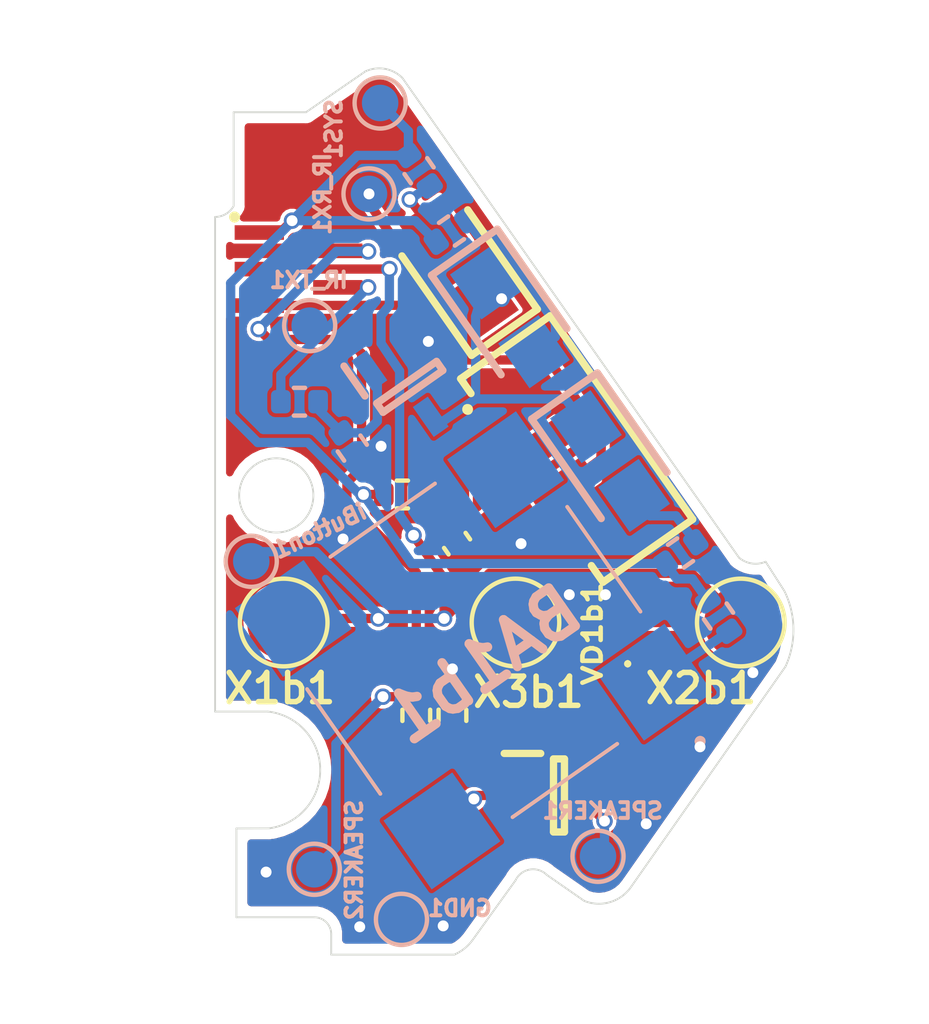
<source format=kicad_pcb>
(kicad_pcb (version 20240108) (generator "pcbnew") (generator_version "8.0")
  (layers (0 "F.Cu" signal) (31 "B.Cu" signal) (34 "B.Paste" user) (35 "F.Paste" user) (36 "B.SilkS" user "B.Silkscreen") (37 "F.SilkS" user "F.Silkscreen") (38 "B.Mask" user) (39 "F.Mask" user) (44 "Edge.Cuts" user))
  (net 0 "")
  (net 1 "Net-(BA1b1-+)")
  (net 2 "Net-(BA1b1--)")
  (net 3 "/iButton")
  (net 4 "GND")
  (net 5 "Net-(IC1-VS)")
  (net 6 "/IR_RX")
  (net 7 "/IR_TX")
  (net 8 "SYS")
  (net 9 "/SPEAKER")
  (net 10 "Net-(VT1b1-G)")
  (net 11 "Net-(VD2b1-A)")
  (net 12 "Net-(VT2b1-G)")
  (net 13 "Net-(VD3b1-A)")
  (net 14 "Net-(VD4b1-A)")
  (net 15 "Net-(VD2b1-K)")
  (footprint "TestPoint:TestPoint_Pad_D2.0mm" (layer "F.Cu") (at 160.1216 100.7618)
    (property "Reference" "X1b1" (at -0.1016 1.8034 0) (layer "F.SilkS") (effects (font (size 0.8 0.8))))
    (property "Value" "PG-2.5-9.5-SM")
    (fp_circle (center 0 0) (end 0 1.2) (stroke (width 0.12)) (fill none) (layer "F.SilkS"))
    (pad "1" smd circle (at 0 0) (size 2 2) (layers "F.Cu" "F.Mask") (net 3 "/iButton"))
  )
  (footprint "TestPoint:TestPoint_Pad_D2.0mm" (layer "F.Cu") (at 172.6438 100.7618)
    (property "Reference" "X2b1" (at -1.0922 1.8034 0) (layer "F.SilkS") (effects (font (size 0.8 0.8))))
    (property "Value" "PG-2.5-8.0-SM")
    (fp_circle (center 0 0) (end 0 1.2) (stroke (width 0.12)) (fill none) (layer "F.SilkS"))
    (pad "1" smd circle (at 0 0) (size 2 2) (layers "F.Cu" "F.Mask") (net 3 "/iButton"))
  )
  (footprint "SamacSys_Parts:LEDC3012X261N" (layer "F.Cu") (at 164.921413 91.035825 125)
    (property "Reference" "VD2b1" (hide yes))
    (property "Value" "VSMY14940" (hide yes))
    (fp_line (start 1.15 -1.1) (end -2.175 -1.1) (stroke (width 0.2)) (layer "F.SilkS"))
    (fp_line (start -2.175 -1.1) (end -2.175 1.1) (stroke (width 0.2)) (layer "F.SilkS"))
    (fp_line (start -2.175 1.1) (end 1.15 1.1) (stroke (width 0.2)) (layer "F.SilkS"))
    (pad "1" smd rect (at -1.15 0 215) (size 1.35 1.5) (layers "F.Cu" "F.Paste" "F.Mask") (net 15 "Net-(VD2b1-K)"))
    (pad "2" smd rect (at 1.15 0 215) (size 1.35 1.5) (layers "F.Cu" "F.Paste" "F.Mask") (net 11 "Net-(VD2b1-A)"))
  )
  (footprint "Resistor_SMD:R_0402_1005Metric" (layer "F.Cu") (at 163.3728 97.2566)
    (property "Reference" "R7b1" (hide yes))
    (property "Value" "10")
    (fp_line (start -0.153641 -0.38) (end 0.153641 -0.38) (stroke (width 0.12)) (layer "F.SilkS"))
    (fp_line (start -0.153641 0.38) (end 0.153641 0.38) (stroke (width 0.12)) (layer "F.SilkS"))
    (pad "1" smd roundrect (at -0.51 0) (size 0.54 0.64) (layers "F.Cu" "F.Paste" "F.Mask") (net 8 "SYS"))
    (pad "2" smd roundrect (at 0.51 0) (size 0.54 0.64) (layers "F.Cu" "F.Paste" "F.Mask") (net 5 "Net-(IC1-VS)"))
  )
  (footprint "Resistor_SMD:R_0402_1005Metric" (layer "F.Cu") (at 164.7444 103.3018 90)
    (property "Reference" "R3b1" (hide yes))
    (property "Value" "10k")
    (fp_line (start -0.153641 -0.38) (end 0.153641 -0.38) (stroke (width 0.12)) (layer "F.SilkS"))
    (fp_line (start -0.153641 0.38) (end 0.153641 0.38) (stroke (width 0.12)) (layer "F.SilkS"))
    (pad "1" smd roundrect (at -0.51 0 90) (size 0.54 0.64) (layers "F.Cu" "F.Paste" "F.Mask") (net 10 "Net-(VT1b1-G)"))
    (pad "2" smd roundrect (at 0.51 0 90) (size 0.54 0.64) (layers "F.Cu" "F.Paste" "F.Mask") (net 4 "GND"))
  )
  (footprint "Library:D5V0H1B2LP7B" (layer "F.Cu") (at 169.545 101.0666 90)
    (property "Reference" "VD1b1" (at 0 -0.9652 90) (layer "F.SilkS") (effects (font (size 0.5 0.6) (thickness 0.125))))
    (property "Value" "D5V0H1B2LP-7B" (hide yes))
    (fp_line (start -0.775 0) (end -0.775 0) (stroke (width 0.1)) (layer "F.SilkS"))
    (fp_line (start -0.875 0) (end -0.875 0) (stroke (width 0.1)) (layer "F.SilkS"))
    (fp_arc (start -0.775 0) (mid -0.825 0.05) (end -0.875 0) (stroke (width 0.1)) (layer "F.SilkS"))
    (fp_arc (start -0.875 0) (mid -0.825 -0.05) (end -0.775 0) (stroke (width 0.1)) (layer "F.SilkS"))
    (pad "1" smd rect (at -0.35 0 90) (size 0.4 0.7) (layers "F.Cu" "F.Paste" "F.Mask") (net 4 "GND"))
    (pad "2" smd rect (at 0.35 0 90) (size 0.4 0.7) (layers "F.Cu" "F.Paste" "F.Mask") (net 3 "/iButton"))
  )
  (footprint "Capacitor_SMD:C_0402_1005Metric" (layer "F.Cu") (at 164.8714 98.6028 -55)
    (property "Reference" "C1b1" (hide yes))
    (property "Value" "100nF" (hide yes))
    (fp_line (start -0.107836 0.36) (end 0.107836 0.360001) (stroke (width 0.12)) (layer "F.SilkS"))
    (fp_line (start -0.107836 -0.360001) (end 0.107836 -0.36) (stroke (width 0.12)) (layer "F.SilkS"))
    (pad "1" smd roundrect (at -0.48 0 305) (size 0.56 0.62) (layers "F.Cu" "F.Paste" "F.Mask") (net 5 "Net-(IC1-VS)"))
    (pad "2" smd roundrect (at 0.48 0 305) (size 0.56 0.62) (layers "F.Cu" "F.Paste" "F.Mask") (net 4 "GND"))
  )
  (footprint "SamacSys_Parts:TSOP75338TR" (layer "F.Cu") (at 168.148 96.012 -55)
    (property "Reference" "IC1" (hide yes))
    (property "Value" "TSOP75338TR" (hide yes))
    (fp_line (start -3.4 1.5) (end -3.405 -1.5) (stroke (width 0.2)) (layer "F.SilkS"))
    (fp_line (start -2.65 1.825) (end -2.65 1.825) (stroke (width 0.2)) (layer "F.SilkS"))
    (fp_line (start -2.65 1.825) (end -2.65 1.825) (stroke (width 0.2)) (layer "F.SilkS"))
    (fp_line (start -2.555 1.825001) (end -2.555 1.825001) (stroke (width 0.2)) (layer "F.SilkS"))
    (fp_line (start -2.905 1.5) (end -3.4 1.5) (stroke (width 0.2)) (layer "F.SilkS"))
    (fp_line (start -3.405 -1.5) (end 3.4 -1.5) (stroke (width 0.2)) (layer "F.SilkS"))
    (fp_line (start 3.4 1.5) (end 2.845 1.5) (stroke (width 0.2)) (layer "F.SilkS"))
    (fp_line (start 3.4 -1.5) (end 3.4 1.5) (stroke (width 0.2)) (layer "F.SilkS"))
    (fp_arc (start -2.65 1.825) (mid -2.6025 1.777498) (end -2.555 1.825001) (stroke (width 0.2)) (layer "F.SilkS"))
    (fp_arc (start -2.555 1.825001) (mid -2.602501 1.872498) (end -2.65 1.825) (stroke (width 0.2)) (layer "F.SilkS"))
    (fp_arc (start -2.555 1.825001) (mid -2.602501 1.872498) (end -2.65 1.825) (stroke (width 0.2)) (layer "F.SilkS"))
    (pad "1" smd rect (at -1.905 0.9 305) (size 0.8 1.8) (layers "F.Cu" "F.Paste" "F.Mask") (net 4 "GND"))
    (pad "2" smd rect (at -0.635 0.9 305) (size 0.8 1.8) (layers "F.Cu" "F.Paste" "F.Mask") (net 5 "Net-(IC1-VS)"))
    (pad "3" smd rect (at 0.635 0.9 305) (size 0.8 1.8) (layers "F.Cu" "F.Paste" "F.Mask") (net 6 "/IR_RX"))
    (pad "4" smd rect (at 1.904999 0.9 305) (size 0.8 1.8) (layers "F.Cu" "F.Paste" "F.Mask") (net 4 "GND"))
  )
  (footprint "Resistor_SMD:R_0402_1005Metric" (layer "F.Cu") (at 163.7538 103.3038 90)
    (property "Reference" "R2b1" (hide yes))
    (property "Value" "150")
    (fp_line (start -0.153641 -0.38) (end 0.153641 -0.38) (stroke (width 0.12)) (layer "F.SilkS"))
    (fp_line (start -0.153641 0.38) (end 0.153641 0.38) (stroke (width 0.12)) (layer "F.SilkS"))
    (pad "1" smd roundrect (at -0.51 0 90) (size 0.54 0.64) (layers "F.Cu" "F.Paste" "F.Mask") (net 10 "Net-(VT1b1-G)"))
    (pad "2" smd roundrect (at 0.51 0 90) (size 0.54 0.64) (layers "F.Cu" "F.Paste" "F.Mask") (net 9 "/SPEAKER"))
  )
  (footprint "Library:SOT65P210X110-3N" (layer "F.Cu") (at 167.6631 105.4964)
    (property "Reference" "VT1b1" (hide yes))
    (property "Value" "DMN2058UW-7" (hide yes))
    (fp_line (start -1.5 -1.15) (end -0.5 -1.15) (stroke (width 0.2)) (layer "F.SilkS"))
    (fp_line (start -0.15 -1) (end 0.15 -1) (stroke (width 0.2)) (layer "F.SilkS"))
    (fp_line (start -0.15 1) (end -0.15 -1) (stroke (width 0.2)) (layer "F.SilkS"))
    (fp_line (start 0.15 -1) (end 0.15 1) (stroke (width 0.2)) (layer "F.SilkS"))
    (fp_line (start 0.15 1) (end -0.15 1) (stroke (width 0.2)) (layer "F.SilkS"))
    (pad "1" smd rect (at -1 -0.65 90) (size 0.5 1) (layers "F.Cu" "F.Paste" "F.Mask") (net 10 "Net-(VT1b1-G)"))
    (pad "2" smd rect (at -1 0.65 90) (size 0.5 1) (layers "F.Cu" "F.Paste" "F.Mask") (net 4 "GND"))
    (pad "3" smd rect (at 1 0 90) (size 0.5 1) (layers "F.Cu" "F.Paste" "F.Mask") (net 2 "Net-(BA1b1--)"))
  )
  (footprint "TestPoint:TestPoint_Pad_D2.0mm" (layer "F.Cu") (at 166.4716 100.7618)
    (property "Reference" "X3b1" (at 0.3556 1.905 0) (layer "F.SilkS") (effects (font (size 0.8 0.8))))
    (property "Value" "PG-3.0-10.0-SM")
    (fp_circle (center 0 0) (end 0 1.2) (stroke (width 0.12)) (fill none) (layer "F.SilkS"))
    (pad "1" smd circle (at 0 0) (size 2 2) (layers "F.Cu" "F.Mask") (net 4 "GND"))
  )
  (footprint "SamacSys_Parts:AFC11S06ICC00" (layer "F.Cu") (at 160.528 91.3356 -90)
    (property "Reference" "J1" (hide yes))
    (property "Value" "Conn_01x06" (hide yes))
    (fp_line (start -1.725 1.75) (end -1.725 1.75) (stroke (width 0.2)) (layer "F.SilkS"))
    (fp_line (start -1.725 1.75) (end -1.725 1.75) (stroke (width 0.2)) (layer "F.SilkS"))
    (fp_line (start -1.625 1.75) (end -1.625 1.75) (stroke (width 0.2)) (layer "F.SilkS"))
    (fp_arc (start -1.725 1.75) (mid -1.675 1.7) (end -1.625 1.75) (stroke (width 0.2)) (layer "F.SilkS"))
    (fp_arc (start -1.625 1.75) (mid -1.675 1.8) (end -1.725 1.75) (stroke (width 0.2)) (layer "F.SilkS"))
    (fp_arc (start -1.625 1.75) (mid -1.675 1.8) (end -1.725 1.75) (stroke (width 0.2)) (layer "F.SilkS"))
    (pad "1" smd rect (at -1.25 1.075 270) (size 0.4 1.35) (layers "F.Cu" "F.Paste" "F.Mask") (net 8 "SYS"))
    (pad "2" smd rect (at -0.75 -1.075 270) (size 0.4 1.35) (layers "F.Cu" "F.Paste" "F.Mask") (net 9 "/SPEAKER"))
    (pad "3" smd rect (at -0.25 1.075 270) (size 0.4 1.35) (layers "F.Cu" "F.Paste" "F.Mask") (net 3 "/iButton"))
    (pad "4" smd rect (at 0.25 -1.075 270) (size 0.4 1.35) (layers "F.Cu" "F.Paste" "F.Mask") (net 7 "/IR_TX"))
    (pad "5" smd rect (at 0.75 1.075 270) (size 0.4 1.35) (layers "F.Cu" "F.Paste" "F.Mask") (net 6 "/IR_RX"))
    (pad "6" smd rect (at 1.25 -1.075 270) (size 0.4 1.35) (layers "F.Cu" "F.Paste" "F.Mask") (net 4 "GND"))
    (pad "MP1" smd rect (at -3 0 270) (size 2 2.4) (layers "F.Cu" "F.Paste" "F.Mask") (net 4 "GND"))
    (pad "MP2" smd rect (at 3 0 270) (size 2 2.4) (layers "F.Cu" "F.Paste" "F.Mask") (net 4 "GND"))
  )
  (footprint "TestPoint:TestPoint_Pad_D1.0mm" (layer "B.Cu") (at 160.9598 107.5182 180)
    (property "Reference" "SPEAKER2" (at -1.0922 0.254 90) (layer "B.SilkS") (effects (font (size 0.4318 0.4318) (thickness 0.10795)) (justify mirror)))
    (property "Value" "SPEAKER")
    (fp_circle (center 0 0) (end 0 -0.7) (stroke (width 0.12)) (fill none) (layer "B.SilkS"))
    (pad "1" smd circle (at 0 0 180) (size 1 1) (layers "B.Cu" "B.Mask") (net 9 "/SPEAKER"))
  )
  (footprint "SamacSys_Parts:LEDC3012X261N" (layer "B.Cu") (at 166.3192 92.4052 -55)
    (property "Reference" "VD4b1" (hide yes))
    (property "Value" "VSMY14940" (hide yes))
    (fp_line (start -2.175 1.1) (end 1.15 1.1) (stroke (width 0.2)) (layer "B.SilkS"))
    (fp_line (start -2.175 -1.1) (end -2.175 1.1) (stroke (width 0.2)) (layer "B.SilkS"))
    (fp_line (start 1.15 -1.1) (end -2.175 -1.1) (stroke (width 0.2)) (layer "B.SilkS"))
    (pad "1" smd rect (at -1.15 0 215) (size 1.35 1.5) (layers "B.Cu" "B.Paste" "B.Mask") (net 15 "Net-(VD2b1-K)"))
    (pad "2" smd rect (at 1.15 0 215) (size 1.35 1.5) (layers "B.Cu" "B.Paste" "B.Mask") (net 14 "Net-(VD4b1-A)"))
  )
  (footprint "SamacSys_Parts:LEDC3012X261N" (layer "B.Cu") (at 169.0624 96.3422 -55)
    (property "Reference" "VD3b1" (hide yes))
    (property "Value" "VSMY14940" (hide yes))
    (fp_line (start -2.175 1.1) (end 1.15 1.1) (stroke (width 0.2)) (layer "B.SilkS"))
    (fp_line (start -2.175 -1.1) (end -2.175 1.1) (stroke (width 0.2)) (layer "B.SilkS"))
    (fp_line (start 1.15 -1.1) (end -2.175 -1.1) (stroke (width 0.2)) (layer "B.SilkS"))
    (pad "1" smd rect (at -1.15 0 215) (size 1.35 1.5) (layers "B.Cu" "B.Paste" "B.Mask") (net 15 "Net-(VD2b1-K)"))
    (pad "2" smd rect (at 1.15 0 215) (size 1.35 1.5) (layers "B.Cu" "B.Paste" "B.Mask") (net 13 "Net-(VD3b1-A)"))
  )
  (footprint "TestPoint:TestPoint_Pad_D1.0mm" (layer "B.Cu") (at 163.3474 108.8898 180)
    (property "Reference" "GND1" (at -1.6002 0.3048 180) (layer "B.SilkS") (effects (font (size 0.4318 0.4318) (thickness 0.10795)) (justify mirror)))
    (property "Value" "GND")
    (fp_circle (center 0 0) (end 0 -0.7) (stroke (width 0.12)) (fill none) (layer "B.SilkS"))
    (pad "1" smd circle (at 0 0 180) (size 1 1) (layers "B.Cu" "B.Mask") (net 4 "GND"))
  )
  (footprint "TestPoint:TestPoint_Pad_D1.0mm" (layer "B.Cu") (at 162.4584 89.027 180)
    (property "Reference" "IR_RX1" (at 1.27 0 -90) (layer "B.SilkS") (effects (font (size 0.4318 0.4318) (thickness 0.10795)) (justify mirror)))
    (property "Value" "IR_RX")
    (fp_circle (center 0 0) (end 0 -0.7) (stroke (width 0.12)) (fill none) (layer "B.SilkS"))
    (pad "1" smd circle (at 0 0 180) (size 1 1) (layers "B.Cu" "B.Mask") (net 6 "/IR_RX"))
  )
  (footprint "TestPoint:TestPoint_Pad_D1.0mm" (layer "B.Cu") (at 168.7322 107.1626 180)
    (property "Reference" "SPEAKER1" (at -0.127 1.2446 180) (layer "B.SilkS") (effects (font (size 0.4318 0.4318) (thickness 0.10795)) (justify mirror)))
    (property "Value" "SPEAKER1")
    (fp_circle (center 0 0) (end 0 -0.7) (stroke (width 0.12)) (fill none) (layer "B.SilkS"))
    (pad "1" smd circle (at 0 0 180) (size 1 1) (layers "B.Cu" "B.Mask") (net 2 "Net-(BA1b1--)"))
  )
  (footprint "Resistor_SMD:R_0402_1005Metric" (layer "B.Cu") (at 162.0012 95.9866 -55)
    (property "Reference" "R8b1" (hide yes))
    (property "Value" "10k")
    (fp_line (start 0.153641 0.38) (end -0.153641 0.38) (stroke (width 0.12)) (layer "B.SilkS"))
    (fp_line (start 0.153641 -0.38) (end -0.153641 -0.38) (stroke (width 0.12)) (layer "B.SilkS"))
    (pad "1" smd roundrect (at -0.51 0 305) (size 0.54 0.64) (layers "B.Cu" "B.Paste" "B.Mask") (net 12 "Net-(VT2b1-G)"))
    (pad "2" smd roundrect (at 0.51 0 305) (size 0.54 0.64) (layers "B.Cu" "B.Paste" "B.Mask") (net 4 "GND"))
  )
  (footprint "Resistor_SMD:R_0402_1005Metric" (layer "B.Cu") (at 172.0342 100.584 -55)
    (property "Reference" "R1b1" (hide yes))
    (property "Value" "22")
    (fp_line (start 0.153641 0.38) (end -0.15364 0.38) (stroke (width 0.12)) (layer "B.SilkS"))
    (fp_line (start 0.15364 -0.38) (end -0.153641 -0.38) (stroke (width 0.12)) (layer "B.SilkS"))
    (pad "1" smd roundrect (at -0.51 0 305) (size 0.54 0.64) (layers "B.Cu" "B.Paste" "B.Mask") (net 8 "SYS"))
    (pad "2" smd roundrect (at 0.51 0 305) (size 0.54 0.64) (layers "B.Cu" "B.Paste" "B.Mask") (net 1 "Net-(BA1b1-+)"))
  )
  (footprint "TestPoint:TestPoint_Pad_D1.0mm" (layer "B.Cu") (at 159.2326 99.0854 180)
    (property "Reference" "iButton1" (at -1.8796 0.8382 -155) (layer "B.SilkS") (effects (font (size 0.4318 0.4318) (thickness 0.10795)) (justify mirror)))
    (property "Value" "iButton")
    (fp_circle (center 0 0) (end 0 -0.7) (stroke (width 0.12)) (fill none) (layer "B.SilkS"))
    (pad "1" smd circle (at 0 0 180) (size 1 1) (layers "B.Cu" "B.Mask") (net 3 "/iButton"))
  )
  (footprint "TestPoint:TestPoint_Pad_D1.0mm" (layer "B.Cu") (at 162.7632 86.5378 180)
    (property "Reference" "SYS1" (at 1.27 -0.7112 -90) (layer "B.SilkS") (effects (font (size 0.4318 0.4318) (thickness 0.10795)) (justify mirror)))
    (property "Value" "SYS")
    (fp_circle (center 0 0) (end 0 -0.7) (stroke (width 0.12)) (fill none) (layer "B.SilkS"))
    (pad "1" smd circle (at 0 0 180) (size 1 1) (layers "B.Cu" "B.Mask") (net 8 "SYS"))
  )
  (footprint "Resistor_SMD:R_0402_1005Metric" (layer "B.Cu") (at 163.83 88.392 -55)
    (property "Reference" "R5b1" (hide yes))
    (property "Value" "39")
    (fp_line (start 0.153641 0.38) (end -0.153641 0.38) (stroke (width 0.12)) (layer "B.SilkS"))
    (fp_line (start 0.153641 -0.38) (end -0.153641 -0.38) (stroke (width 0.12)) (layer "B.SilkS"))
    (pad "1" smd roundrect (at -0.51 0 305) (size 0.54 0.64) (layers "B.Cu" "B.Paste" "B.Mask") (net 8 "SYS"))
    (pad "2" smd roundrect (at 0.51 0 305) (size 0.54 0.64) (layers "B.Cu" "B.Paste" "B.Mask") (net 11 "Net-(VD2b1-A)"))
  )
  (footprint "TestPoint:TestPoint_Pad_D1.0mm" (layer "B.Cu") (at 160.8328 92.6338)
    (property "Reference" "IR_TX1" (at -0.0254 -1.2446 180) (layer "B.SilkS") (effects (font (size 0.4318 0.4318) (thickness 0.10795)) (justify mirror)))
    (property "Value" "IR_TX")
    (fp_circle (center 0 0) (end 0 -0.7) (stroke (width 0.12)) (fill none) (layer "B.SilkS"))
    (pad "1" smd circle (at 0 0) (size 1 1) (layers "B.Cu" "B.Mask") (net 7 "/IR_TX"))
  )
  (footprint "Library:SOT65P210X110-3N" (layer "B.Cu") (at 163.576 94.3102 -55)
    (property "Reference" "VT2b1" (hide yes))
    (property "Value" "DMN2058UW-7" (hide yes))
    (fp_line (start -0.5 1.15) (end -1.5 1.15) (stroke (width 0.2)) (layer "B.SilkS"))
    (fp_line (start -0.15 1.000001) (end -0.15 -1) (stroke (width 0.2)) (layer "B.SilkS"))
    (fp_line (start 0.15 1) (end -0.15 1.000001) (stroke (width 0.2)) (layer "B.SilkS"))
    (fp_line (start -0.15 -1) (end 0.15 -1.000001) (stroke (width 0.2)) (layer "B.SilkS"))
    (fp_line (start 0.15 -1.000001) (end 0.15 1) (stroke (width 0.2)) (layer "B.SilkS"))
    (pad "1" smd rect (at -1 0.65 215) (size 0.5 1) (layers "B.Cu" "B.Paste" "B.Mask") (net 12 "Net-(VT2b1-G)"))
    (pad "2" smd rect (at -1 -0.65 215) (size 0.5 1) (layers "B.Cu" "B.Paste" "B.Mask") (net 4 "GND"))
    (pad "3" smd rect (at 1 0 215) (size 0.5 1) (layers "B.Cu" "B.Paste" "B.Mask") (net 15 "Net-(VD2b1-K)"))
  )
  (footprint "Resistor_SMD:R_0402_1005Metric" (layer "B.Cu") (at 170.9928 98.8568 35)
    (property "Reference" "R9b1" (hide yes))
    (property "Value" "39")
    (fp_line (start 0.153641 -0.38) (end -0.153641 -0.38) (stroke (width 0.12)) (layer "B.SilkS"))
    (fp_line (start 0.153641 0.38) (end -0.153641 0.38) (stroke (width 0.12)) (layer "B.SilkS"))
    (pad "1" smd roundrect (at -0.51 0 35) (size 0.54 0.64) (layers "B.Cu" "B.Paste" "B.Mask") (net 8 "SYS"))
    (pad "2" smd roundrect (at 0.51 0 35) (size 0.54 0.64) (layers "B.Cu" "B.Paste" "B.Mask") (net 13 "Net-(VD3b1-A)"))
  )
  (footprint "Resistor_SMD:R_0402_1005Metric" (layer "B.Cu") (at 160.5534 94.7166)
    (property "Reference" "R6b1" (hide yes))
    (property "Value" "150")
    (fp_line (start 0.153641 -0.38) (end -0.153641 -0.38) (stroke (width 0.12)) (layer "B.SilkS"))
    (fp_line (start 0.153641 0.38) (end -0.153641 0.38) (stroke (width 0.12)) (layer "B.SilkS"))
    (pad "1" smd roundrect (at -0.51 0) (size 0.54 0.64) (layers "B.Cu" "B.Paste" "B.Mask") (net 7 "/IR_TX"))
    (pad "2" smd roundrect (at 0.51 0) (size 0.54 0.64) (layers "B.Cu" "B.Paste" "B.Mask") (net 12 "Net-(VT2b1-G)"))
  )
  (footprint "Library:MLT8530" (layer "B.Cu") (at 165.3286 101.5238 35)
    (property "Reference" "BA1b1" (at 0 0.475 -145) (layer "B.SilkS") (effects (font (size 1.27 1.27) (thickness 0.254)) (justify mirror)))
    (property "Value" "MLT-8530" (hide yes))
    (fp_line (start -4.35 -1.75) (end -4.35 -1.75) (stroke (width 0.1)) (layer "B.SilkS"))
    (fp_line (start -4.35 -1.75) (end -4.350001 1.75) (stroke (width 0.1)) (layer "B.SilkS"))
    (fp_line (start -1.75 -4.350001) (end -1.75 -4.350001) (stroke (width 0.1)) (layer "B.SilkS"))
    (fp_line (start -1.75 -4.350001) (end 1.75 -4.35) (stroke (width 0.1)) (layer "B.SilkS"))
    (fp_line (start -4.350001 1.75) (end -4.35 -1.75) (stroke (width 0.1)) (layer "B.SilkS"))
    (fp_line (start -4.350001 1.75) (end -4.350001 1.75) (stroke (width 0.1)) (layer "B.SilkS"))
    (fp_line (start 1.75 -4.35) (end -1.75 -4.350001) (stroke (width 0.1)) (layer "B.SilkS"))
    (fp_line (start 1.75 -4.35) (end 1.75 -4.35) (stroke (width 0.1)) (layer "B.SilkS"))
    (fp_line (start -1.75 4.35) (end -1.75 4.35) (stroke (width 0.1)) (layer "B.SilkS"))
    (fp_line (start -1.75 4.35) (end 1.75 4.350001) (stroke (width 0.1)) (layer "B.SilkS"))
    (fp_line (start 4.350001 -1.75) (end 4.350001 -1.75) (stroke (width 0.1)) (layer "B.SilkS"))
    (fp_line (start 4.350001 -1.75) (end 4.35 1.75) (stroke (width 0.1)) (layer "B.SilkS"))
    (fp_line (start 1.75 4.350001) (end -1.75 4.35) (stroke (width 0.1)) (layer "B.SilkS"))
    (fp_line (start 1.75 4.350001) (end 1.75 4.350001) (stroke (width 0.1)) (layer "B.SilkS"))
    (fp_line (start 4.35 1.75) (end 4.350001 -1.75) (stroke (width 0.1)) (layer "B.SilkS"))
    (fp_line (start 4.35 1.75) (end 4.35 1.75) (stroke (width 0.1)) (layer "B.SilkS"))
    (fp_line (start 3.6 5.6) (end 3.6 5.6) (stroke (width 0.2)) (layer "B.SilkS"))
    (fp_line (start 3.6 5.6) (end 3.6 5.6) (stroke (width 0.2)) (layer "B.SilkS"))
    (fp_line (start 3.7 5.600001) (end 3.7 5.600001) (stroke (width 0.2)) (layer "B.SilkS"))
    (fp_arc (start 3.6 5.6) (mid 3.65 5.549999) (end 3.7 5.600001) (stroke (width 0.2)) (layer "B.SilkS"))
    (fp_arc (start 3.6 5.6) (mid 3.65 5.549999) (end 3.7 5.600001) (stroke (width 0.2)) (layer "B.SilkS"))
    (fp_arc (start 3.7 5.600001) (mid 3.649999 5.649999) (end 3.6 5.6) (stroke (width 0.2)) (layer "B.SilkS"))
    (pad "1" smd rect (at 3.55 3.55 305) (size 2.3 2.3) (layers "B.Cu" "B.Paste" "B.Mask") (net 1 "Net-(BA1b1-+)"))
    (pad "2" smd rect (at -3.55 3.55 305) (size 2.3 2.3) (layers "B.Cu" "B.Paste" "B.Mask") (net 2 "Net-(BA1b1--)"))
    (pad "3" smd rect (at -3.55 -3.55 305) (size 2.3 2.3) (layers "B.Cu" "B.Paste" "B.Mask"))
    (pad "4" smd rect (at 3.55 -3.55 305) (size 2.3 2.3) (layers "B.Cu" "B.Paste" "B.Mask"))
  )
  (footprint "Resistor_SMD:R_0402_1005Metric" (layer "B.Cu") (at 164.719 90.043 35)
    (property "Reference" "R10b1" (hide yes))
    (property "Value" "39")
    (fp_line (start 0.153641 -0.38) (end -0.153641 -0.38) (stroke (width 0.12)) (layer "B.SilkS"))
    (fp_line (start 0.153641 0.38) (end -0.153641 0.38) (stroke (width 0.12)) (layer "B.SilkS"))
    (pad "1" smd roundrect (at -0.51 0 35) (size 0.54 0.64) (layers "B.Cu" "B.Paste" "B.Mask") (net 8 "SYS"))
    (pad "2" smd roundrect (at 0.51 0 35) (size 0.54 0.64) (layers "B.Cu" "B.Paste" "B.Mask") (net 14 "Net-(VD4b1-A)"))
  )
  (gr_line (start 158.75 86.7918) (end 158.749999 89.3572) (stroke (width 0.05)) (layer "Edge.Cuts"))
  (gr_line (start 161.423911 109.855153) (end 164.7952 109.855) (stroke (width 0.05)) (layer "Edge.Cuts"))
  (gr_arc (start 158.749999 89.3572) (mid 158.537077 89.576856) (end 158.242 89.657565) (stroke (width 0.05)) (layer "Edge.Cuts"))
  (gr_arc (start 169.655341 107.974732) (mid 169.07663 108.41329) (end 168.3512 108.381799) (stroke (width 0.05)) (layer "Edge.Cuts"))
  (gr_line (start 167.331798 107.674002) (end 168.3512 108.3818) (stroke (width 0.05)) (layer "Edge.Cuts"))
  (gr_line (start 173.323933 99.097406) (end 173.8376 99.8982) (stroke (width 0.05)) (layer "Edge.Cuts"))
  (gr_arc (start 173.837599 99.8982) (mid 174.086533 100.930367) (end 173.867387 101.969267) (stroke (width 0.05)) (layer "Edge.Cuts"))
  (gr_arc (start 166.4716 107.823) (mid 166.86306 107.525431) (end 167.331798 107.674002) (stroke (width 0.05)) (layer "Edge.Cuts"))
  (gr_line (start 165.283627 109.471591) (end 166.4716 107.823) (stroke (width 0.05)) (layer "Edge.Cuts"))
  (gr_line (start 163.372546 85.852254) (end 172.593 98.9838) (stroke (width 0.05)) (layer "Edge.Cuts"))
  (gr_arc (start 160.966815 108.832142) (mid 161.290393 108.970459) (end 161.423911 109.296047) (stroke (width 0.05)) (layer "Edge.Cuts"))
  (gr_line (start 158.8262 106.4006) (end 158.826304 108.832142) (stroke (width 0.05)) (layer "Edge.Cuts"))
  (gr_line (start 158.826304 108.832142) (end 160.966815 108.832142) (stroke (width 0.05)) (layer "Edge.Cuts"))
  (gr_arc (start 165.283627 109.471591) (mid 165.06427 109.69496) (end 164.7952 109.855) (stroke (width 0.05)) (layer "Edge.Cuts"))
  (gr_line (start 158.8262 106.4006) (end 159.714822 106.397621) (stroke (width 0.05)) (layer "Edge.Cuts"))
  (gr_line (start 161.423911 109.855153) (end 161.423911 109.296047) (stroke (width 0.05)) (layer "Edge.Cuts"))
  (gr_arc (start 173.323933 99.097406) (mid 172.942304 99.144594) (end 172.593 98.9838) (stroke (width 0.05)) (layer "Edge.Cuts"))
  (gr_line (start 158.75 86.7918) (end 160.7312 86.7918) (stroke (width 0.05)) (layer "Edge.Cuts"))
  (gr_line (start 158.242 103.2002) (end 159.6898 103.2002) (stroke (width 0.05)) (layer "Edge.Cuts"))
  (gr_line (start 169.655341 107.974732) (end 173.867387 101.969267) (stroke (width 0.05)) (layer "Edge.Cuts"))
  (gr_line (start 158.242 89.657565) (end 158.242 103.2002) (stroke (width 0.05)) (layer "Edge.Cuts"))
  (gr_arc (start 159.6898 103.2002) (mid 161.121998 104.787801) (end 159.714822 106.397621) (stroke (width 0.05)) (layer "Edge.Cuts"))
  (gr_arc (start 162.3568 85.6742) (mid 162.892792 85.602815) (end 163.372546 85.852254) (stroke (width 0.05)) (layer "Edge.Cuts"))
  (gr_line (start 160.7312 86.7918) (end 162.3568 85.6742) (stroke (width 0.05)) (layer "Edge.Cuts"))
  (gr_circle (center 159.9184 97.282) (end 160.9344 97.2566) (stroke (width 0.05)) (fill none) (layer "Edge.Cuts"))
  (segment (start 170.272786 102.395593) (end 172.326724 101.001768) (width 0.254) (layer "B.Cu") (net 1))
  (segment (start 168.6006 105.4964) (end 168.6006 105.888) (width 0.254) (layer "F.Cu") (net 2))
  (segment (start 165.332796 105.591996) (end 165.428392 105.4964) (width 0.254) (layer "F.Cu") (net 2))
  (segment (start 165.428392 105.4964) (end 168.6006 105.4964) (width 0.254) (layer "F.Cu") (net 2))
  (segment (start 168.6006 105.888) (end 168.91 106.1974) (width 0.254) (layer "F.Cu") (net 2))
  (via (at 165.332796 105.591996) (size 0.45) (drill 0.3) (layers "F.Cu" "B.Cu") (net 2))
  (via (at 168.91 106.1974) (size 0.45) (drill 0.3) (layers "F.Cu" "B.Cu") (net 2))
  (segment (start 168.91 106.9848) (end 168.7322 107.1626) (width 0.254) (layer "B.Cu") (net 2))
  (segment (start 168.91 106.1974) (end 168.91 106.9848) (width 0.254) (layer "B.Cu") (net 2))
  (segment (start 164.456807 106.467986) (end 164.456807 106.467985) (width 0.254) (layer "B.Cu") (net 2))
  (segment (start 164.456807 106.467985) (end 165.332796 105.591996) (width 0.254) (layer "B.Cu") (net 2))
  (segment (start 172.6438 100.7618) (end 169.5902 100.7618) (width 0.254) (layer "F.Cu") (net 3))
  (segment (start 164.5158 99.568) (end 164.5158 100.652007) (width 0.254) (layer "F.Cu") (net 3))
  (segment (start 169.5902 100.7618) (end 169.545 100.7166) (width 0.254) (layer "F.Cu") (net 3))
  (segment (start 160.231393 100.652007) (end 160.1216 100.7618) (width 0.254) (layer "F.Cu") (net 3))
  (segment (start 162.7124 100.652007) (end 160.231393 100.652007) (width 0.254) (layer "F.Cu") (net 3))
  (segment (start 160.274 91.0844) (end 160.2728 91.0856) (width 0.254) (layer "F.Cu") (net 3))
  (segment (start 171.2976 99.4156) (end 172.6438 100.7618) (width 0.254) (layer "F.Cu") (net 3))
  (segment (start 163.0172 91.0844) (end 160.274 91.0844) (width 0.254) (layer "F.Cu") (net 3))
  (segment (start 165.752207 99.4156) (end 171.2976 99.4156) (width 0.254) (layer "F.Cu") (net 3))
  (segment (start 160.2728 91.0856) (end 159.453 91.0856) (width 0.254) (layer "F.Cu") (net 3))
  (segment (start 164.5158 100.652007) (end 165.752207 99.4156) (width 0.254) (layer "F.Cu") (net 3))
  (segment (start 163.6776 98.3742) (end 164.5158 99.568) (width 0.254) (layer "F.Cu") (net 3))
  (via (at 163.6776 98.3742) (size 0.45) (drill 0.3) (layers "F.Cu" "B.Cu") (net 3))
  (via (at 163.0172 91.0844) (size 0.45) (drill 0.3) (layers "F.Cu" "B.Cu") (net 3))
  (via (at 164.5158 100.652007) (size 0.45) (drill 0.3) (layers "F.Cu" "B.Cu") (net 3))
  (via (at 162.7124 100.652007) (size 0.45) (drill 0.3) (layers "F.Cu" "B.Cu") (net 3))
  (segment (start 162.7124 100.652007) (end 162.7124 100.5332) (width 0.254) (layer "B.Cu") (net 3))
  (segment (start 162.7124 100.652007) (end 164.5158 100.652007) (width 0.254) (layer "B.Cu") (net 3))
  (segment (start 162.7886 92.3544) (end 163.0172 92.075) (width 0.254) (layer "B.Cu") (net 3))
  (segment (start 163.0172 91.0844) (end 163.0172 92.075) (width 0.254) (layer "B.Cu") (net 3))
  (segment (start 162.7886 92.3544) (end 162.7886 93.1164) (width 0.254) (layer "B.Cu") (net 3))
  (segment (start 162.7886 93.1164) (end 163.2966 93.8784) (width 0.254) (layer "B.Cu") (net 3))
  (segment (start 163.6776 98.3742) (end 163.2966 97.8154) (width 0.254) (layer "B.Cu") (net 3))
  (segment (start 163.2966 93.8784) (end 163.2966 97.8154) (width 0.254) (layer "B.Cu") (net 3))
  (segment (start 161.002569 98.823369) (end 159.570831 98.823369) (width 0.254) (layer "B.Cu") (net 3))
  (segment (start 159.570831 98.823369) (end 159.258 99.1362) (width 0.254) (layer "B.Cu") (net 3))
  (segment (start 162.7124 100.5332) (end 161.002569 98.823369) (width 0.254) (layer "B.Cu") (net 3))
  (via (at 171.5262 104.1654) (size 0.45) (drill 0.3) (layers "F.Cu" "B.Cu") (net 4))
  (via (at 170.053 106.2736) (size 0.45) (drill 0.3) (layers "F.Cu" "B.Cu") (net 4))
  (via (at 162.7886 95.9358) (size 0.45) (drill 0.3) (layers "F.Cu" "B.Cu") (net 4))
  (via (at 168.9354 99.9998) (size 0.45) (drill 0.3) (layers "F.Cu" "B.Cu") (net 4))
  (via (at 161.7472 98.4758) (size 0.45) (drill 0.3) (layers "F.Cu" "B.Cu") (net 4))
  (via (at 162.2044 109.093) (size 0.45) (drill 0.3) (layers "F.Cu" "B.Cu") (net 4))
  (via (at 166.624 98.6028) (size 0.45) (drill 0.3) (layers "F.Cu" "B.Cu") (net 4))
  (via (at 164.084 93.0656) (size 0.45) (drill 0.3) (layers "F.Cu" "B.Cu") (net 4))
  (via (at 164.7444 102.0318) (size 0.45) (drill 0.3) (layers "F.Cu" "B.Cu") (net 4))
  (via (at 172.974 102.1334) (size 0.45) (drill 0.3) (layers "F.Cu" "B.Cu") (net 4))
  (via (at 167.9448 99.9998) (size 0.45) (drill 0.3) (layers "F.Cu" "B.Cu") (net 4))
  (via (at 159.639 107.5944) (size 0.45) (drill 0.3) (layers "F.Cu" "B.Cu") (net 4))
  (via (at 164.4904 109.0676) (size 0.45) (drill 0.3) (layers "F.Cu" "B.Cu") (net 4))
  (segment (start 165.4302 97.5868) (end 164.596083 98.209607) (width 0.254) (layer "F.Cu") (net 5))
  (segment (start 167.046542 96.008057) (end 165.4302 97.1296) (width 0.254) (layer "F.Cu") (net 5))
  (segment (start 165.4302 97.1296) (end 165.4302 97.5868) (width 0.254) (layer "F.Cu") (net 5))
  (segment (start 164.596083 98.209607) (end 163.8828 97.2566) (width 0.254) (layer "F.Cu") (net 5))
  (segment (start 159.453 92.0856) (end 163.9824 92.075) (width 0.254) (layer "F.Cu") (net 6))
  (segment (start 162.4584 89.027) (end 162.4584 89.281) (width 0.254) (layer "F.Cu") (net 6))
  (segment (start 162.4584 89.281) (end 163.7792 91.186) (width 0.254) (layer "F.Cu") (net 6))
  (segment (start 165.0238 93.5736) (end 167.386 93.5736) (width 0.254) (layer "F.Cu") (net 6))
  (segment (start 168.8084 96.2914) (end 167.774984 97.04838) (width 0.254) (layer "F.Cu") (net 6))
  (segment (start 163.7792 91.7448) (end 163.7792 91.186) (width 0.254) (layer "F.Cu") (net 6))
  (segment (start 167.386 93.5736) (end 168.8338 95.6564) (width 0.254) (layer "F.Cu") (net 6))
  (segment (start 159.4344 92.0764) (end 159.521 92.0764) (width 0.254) (layer "F.Cu") (net 6))
  (segment (start 163.9824 92.075) (end 163.7792 91.7448) (width 0.254) (layer "F.Cu") (net 6))
  (segment (start 168.8338 95.6564) (end 168.8084 96.2914) (width 0.254) (layer "F.Cu") (net 6))
  (segment (start 163.9824 92.075) (end 165.0238 93.5736) (width 0.254) (layer "F.Cu") (net 6))
  (via (at 162.4584 89.027) (size 0.45) (drill 0.3) (layers "F.Cu" "B.Cu") (net 6))
  (segment (start 162.433 91.5856) (end 161.603 91.5856) (width 0.254) (layer "F.Cu") (net 7))
  (via (at 162.433 91.5856) (size 0.45) (drill 0.3) (layers "F.Cu" "B.Cu") (net 7))
  (segment (start 162.433 91.5856) (end 160.0434 93.9752) (width 0.254) (layer "B.Cu") (net 7))
  (segment (start 160.0434 93.9752) (end 160.0434 94.7166) (width 0.254) (layer "B.Cu") (net 7))
  (segment (start 160.3502 89.760602) (end 160.025202 90.0856) (width 0.254) (layer "F.Cu") (net 8))
  (segment (start 162.4838 97.2566) (end 162.306 97.2566) (width 0.254) (layer "F.Cu") (net 8))
  (segment (start 162.8628 97.2566) (end 162.4838 97.2566) (width 0.254) (layer "F.Cu") (net 8))
  (segment (start 160.025202 90.0856) (end 159.453 90.0856) (width 0.254) (layer "F.Cu") (net 8))
  (via (at 162.306 97.2566) (size 0.45) (drill 0.3) (layers "F.Cu" "B.Cu") (net 8))
  (via (at 160.3502 89.760602) (size 0.45) (drill 0.3) (layers "F.Cu" "B.Cu") (net 8))
  (segment (start 170.8912 99.568) (end 170.575032 99.149324) (width 0.254) (layer "B.Cu") (net 8))
  (segment (start 171.817876 100.242432) (end 171.66814 100.242432) (width 0.254) (layer "B.Cu") (net 8))
  (segment (start 158.66872 95.09252) (end 158.66872 91.47048) (width 0.254) (layer "B.Cu") (net 8))
  (segment (start 160.782 95.8342) (end 159.4104 95.8342) (width 0.254) (layer "B.Cu") (net 8))
  (segment (start 163.72631 89.760602) (end 164.301232 90.335524) (width 0.254) (layer "B.Cu") (net 8))
  (segment (start 162.306 97.2566) (end 163.6268 99.149324) (width 0.254) (layer "B.Cu") (net 8))
  (segment (start 163.537476 87.312076) (end 162.7632 86.5378) (width 0.254) (layer "B.Cu") (net 8))
  (segment (start 171.741676 100.166232) (end 171.323 99.568) (width 0.254) (layer "B.Cu") (net 8))
  (segment (start 162.306 97.2566) (end 162.2044 97.2566) (width 0.254) (layer "B.Cu") (net 8))
  (segment (start 162.13657 87.974232) (end 163.537476 87.974232) (width 0.254) (layer "B.Cu") (net 8))
  (segment (start 158.66872 91.47048) (end 160.3502 89.789) (width 0.254) (layer "B.Cu") (net 8))
  (segment (start 160.3502 89.789) (end 160.3502 89.760602) (width 0.254) (layer "B.Cu") (net 8))
  (segment (start 160.3502 89.760602) (end 163.72631 89.760602) (width 0.254) (layer "B.Cu") (net 8))
  (segment (start 160.3502 89.760602) (end 162.13657 87.974232) (width 0.254) (layer "B.Cu") (net 8))
  (segment (start 159.4104 95.8342) (end 158.66872 95.09252) (width 0.254) (layer "B.Cu") (net 8))
  (segment (start 171.323 99.568) (end 170.8912 99.568) (width 0.254) (layer "B.Cu") (net 8))
  (segment (start 170.575032 99.149324) (end 163.6268 99.149324) (width 0.254) (layer "B.Cu") (net 8))
  (segment (start 163.537476 87.974232) (end 163.537476 87.312076) (width 0.254) (layer "B.Cu") (net 8))
  (segment (start 162.2044 97.2566) (end 160.782 95.8342) (width 0.254) (layer "B.Cu") (net 8))
  (segment (start 162.2552 96.5327) (end 161.854 96.9339) (width 0.254) (layer "F.Cu") (net 9))
  (segment (start 161.872 93.0126) (end 162.2552 93.3958) (width 0.254) (layer "F.Cu") (net 9))
  (segment (start 159.719754 93.0126) (end 161.872 93.0126) (width 0.254) (layer "F.Cu") (net 9))
  (segment (start 161.854 97.4904) (end 163.7538 99.3902) (width 0.254) (layer "F.Cu") (net 9))
  (segment (start 163.7538 99.3902) (end 163.7538 102.7938) (width 0.254) (layer "F.Cu") (net 9))
  (segment (start 161.854 96.9339) (end 161.854 97.4904) (width 0.254) (layer "F.Cu") (net 9))
  (segment (start 162.8394 102.7938) (end 163.7538 102.7938) (width 0.254) (layer "F.Cu") (net 9))
  (segment (start 161.6192 90.6018) (end 161.603 90.5856) (width 0.254) (layer "F.Cu") (net 9))
  (segment (start 162.2552 93.3958) (end 162.2552 96.5327) (width 0.254) (layer "F.Cu") (net 9))
  (segment (start 159.4358 92.728646) (end 159.719754 93.0126) (width 0.254) (layer "F.Cu") (net 9))
  (segment (start 162.433 90.6018) (end 161.6192 90.6018) (width 0.254) (layer "F.Cu") (net 9))
  (via (at 159.4358 92.728646) (size 0.45) (drill 0.3) (layers "F.Cu" "B.Cu") (net 9))
  (via (at 162.433 90.6018) (size 0.45) (drill 0.3) (layers "F.Cu" "B.Cu") (net 9))
  (via (at 162.8394 102.7938) (size 0.45) (drill 0.3) (layers "F.Cu" "B.Cu") (net 9))
  (segment (start 159.4358 92.728646) (end 161.562646 90.6018) (width 0.254) (layer "B.Cu") (net 9))
  (segment (start 161.552508 104.080692) (end 162.8394 102.7938) (width 0.254) (layer "B.Cu") (net 9))
  (segment (start 161.562646 90.6018) (end 162.433 90.6018) (width 0.254) (layer "B.Cu") (net 9))
  (segment (start 161.552508 106.925492) (end 161.552508 104.080692) (width 0.254) (layer "B.Cu") (net 9))
  (segment (start 159.403646 92.7608) (end 159.4358 92.728646) (width 0.254) (layer "B.Cu") (net 9))
  (segment (start 160.9598 107.5182) (end 161.552508 106.925492) (width 0.254) (layer "B.Cu") (net 9))
  (segment (start 164.7444 103.8118) (end 163.7558 103.8118) (width 0.254) (layer "F.Cu") (net 10))
  (segment (start 163.7558 103.8118) (end 163.7538 103.8138) (width 0.254) (layer "F.Cu") (net 10))
  (segment (start 165.779 104.8464) (end 166.6631 104.8464) (width 0.254) (layer "F.Cu") (net 10))
  (segment (start 164.7444 103.8118) (end 165.779 104.8464) (width 0.254) (layer "F.Cu") (net 10))
  (segment (start 163.576 89.1794) (end 164.2618 90.0938) (width 0.254) (layer "F.Cu") (net 11))
  (via (at 163.576 89.1794) (size 0.45) (drill 0.3) (layers "F.Cu" "B.Cu") (net 11))
  (segment (start 164.122524 88.809768) (end 163.576 89.1794) (width 0.254) (layer "B.Cu") (net 11))
  (segment (start 161.0634 94.923556) (end 161.0634 94.7166) (width 0.254) (layer "B.Cu") (net 12))
  (segment (start 162.687 95.25) (end 162.687 94.131698) (width 0.254) (layer "B.Cu") (net 12))
  (segment (start 162.687 94.131698) (end 162.444575 93.889273) (width 0.254) (layer "B.Cu") (net 12))
  (segment (start 161.708676 95.568832) (end 161.0634 94.923556) (width 0.254) (layer "B.Cu") (net 12))
  (segment (start 162.368168 95.568832) (end 162.687 95.25) (width 0.254) (layer "B.Cu") (net 12))
  (segment (start 161.708676 95.568832) (end 162.368168 95.568832) (width 0.254) (layer "B.Cu") (net 12))
  (segment (start 170.1546 97.8408) (end 170.8658 97.8408) (width 0.254) (layer "B.Cu") (net 13))
  (segment (start 169.722013 97.284225) (end 170.1546 97.8408) (width 0.254) (layer "B.Cu") (net 13))
  (segment (start 171.410568 98.564276) (end 170.8658 97.8408) (width 0.254) (layer "B.Cu") (net 13))
  (segment (start 167.562104 92.561496) (end 165.862 90.1446) (width 0.254) (layer "B.Cu") (net 14))
  (segment (start 167.5638 92.9386) (end 167.562104 92.561496) (width 0.254) (layer "B.Cu") (net 14))
  (segment (start 166.978813 93.347225) (end 167.5638 92.9386) (width 0.254) (layer "B.Cu") (net 14))
  (segment (start 165.862 90.1446) (end 165.4302 90.1446) (width 0.254) (layer "B.Cu") (net 14))
  (segment (start 165.4302 90.1446) (end 165.136768 89.750476) (width 0.254) (layer "B.Cu") (net 14))
  (via (at 166.0906 91.8972) (size 0.45) (drill 0.3) (layers "F.Cu" "B.Cu") (net 15))
  (segment (start 164.338 95.3516) (end 165.3794 94.6404) (width 0.254) (layer "B.Cu") (net 15))
  (segment (start 165.380187 91.691775) (end 166.0906 91.8972) (width 0.254) (layer "B.Cu") (net 15))
  (segment (start 165.3794 92.3798) (end 165.3794 94.6404) (width 0.254) (layer "B.Cu") (net 15))
  (segment (start 165.3794 92.3798) (end 165.659587 91.463175) (width 0.254) (layer "B.Cu") (net 15))
  (segment (start 165.3794 94.6404) (end 167.8432 94.6404) (width 0.254) (layer "B.Cu") (net 15))
  (segment (start 167.8432 94.6404) (end 168.402787 95.400175) (width 0.254) (layer "B.Cu") (net 15))
  (zone (net 4) (net_name "GND") (layer "F.Cu") (connect_pads yes (clearance 0.1016)) (min_thickness 0.2032) (fill yes (thermal_gap 0.5) (thermal_bridge_width 0.5))
    (polygon (pts (xy 152.3492 83.7438) (xy 152.3492 111.76) (xy 177.6984 111.76) (xy 177.7238 83.7438)))
  )
  (zone (net 4) (net_name "GND") (layer "B.Cu") (connect_pads yes (clearance 0.1016)) (min_thickness 0.2032) (fill yes (thermal_gap 0.5) (thermal_bridge_width 0.5))
    (polygon (pts (xy 177.8 83.7184) (xy 177.8 111.7346) (xy 152.4508 111.7346) (xy 152.4254 83.7184)))
  )
)
</source>
